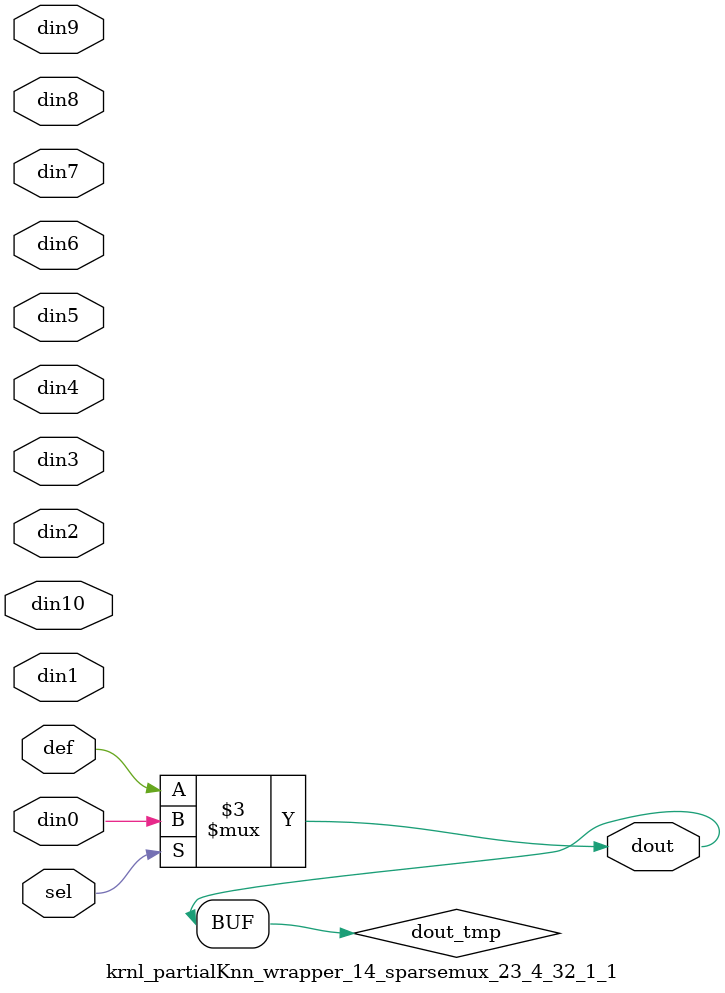
<source format=v>
`timescale 1 ns / 1 ps
module krnl_partialKnn_wrapper_14_sparsemux_23_4_32_1_1 (din0,din1,din2,din3,din4,din5,din6,din7,din8,din9,din10,def,sel,dout);
parameter din0_WIDTH = 1;
parameter din1_WIDTH = 1;
parameter din2_WIDTH = 1;
parameter din3_WIDTH = 1;
parameter din4_WIDTH = 1;
parameter din5_WIDTH = 1;
parameter din6_WIDTH = 1;
parameter din7_WIDTH = 1;
parameter din8_WIDTH = 1;
parameter din9_WIDTH = 1;
parameter din10_WIDTH = 1;
parameter def_WIDTH = 1;
parameter sel_WIDTH = 1;
parameter dout_WIDTH = 1;
parameter [sel_WIDTH-1:0] CASE0 = 1;
parameter [sel_WIDTH-1:0] CASE1 = 1;
parameter [sel_WIDTH-1:0] CASE2 = 1;
parameter [sel_WIDTH-1:0] CASE3 = 1;
parameter [sel_WIDTH-1:0] CASE4 = 1;
parameter [sel_WIDTH-1:0] CASE5 = 1;
parameter [sel_WIDTH-1:0] CASE6 = 1;
parameter [sel_WIDTH-1:0] CASE7 = 1;
parameter [sel_WIDTH-1:0] CASE8 = 1;
parameter [sel_WIDTH-1:0] CASE9 = 1;
parameter [sel_WIDTH-1:0] CASE10 = 1;
parameter ID = 1;
parameter NUM_STAGE = 1;
input [din0_WIDTH-1:0] din0;
input [din1_WIDTH-1:0] din1;
input [din2_WIDTH-1:0] din2;
input [din3_WIDTH-1:0] din3;
input [din4_WIDTH-1:0] din4;
input [din5_WIDTH-1:0] din5;
input [din6_WIDTH-1:0] din6;
input [din7_WIDTH-1:0] din7;
input [din8_WIDTH-1:0] din8;
input [din9_WIDTH-1:0] din9;
input [din10_WIDTH-1:0] din10;
input [def_WIDTH-1:0] def;
input [sel_WIDTH-1:0] sel;
output [dout_WIDTH-1:0] dout;
reg [dout_WIDTH-1:0] dout_tmp;
always @ (*) begin
case (sel)
    
    CASE0 : dout_tmp = din0;
    
    CASE1 : dout_tmp = din1;
    
    CASE2 : dout_tmp = din2;
    
    CASE3 : dout_tmp = din3;
    
    CASE4 : dout_tmp = din4;
    
    CASE5 : dout_tmp = din5;
    
    CASE6 : dout_tmp = din6;
    
    CASE7 : dout_tmp = din7;
    
    CASE8 : dout_tmp = din8;
    
    CASE9 : dout_tmp = din9;
    
    CASE10 : dout_tmp = din10;
    
    default : dout_tmp = def;
endcase
end
assign dout = dout_tmp;
endmodule
</source>
